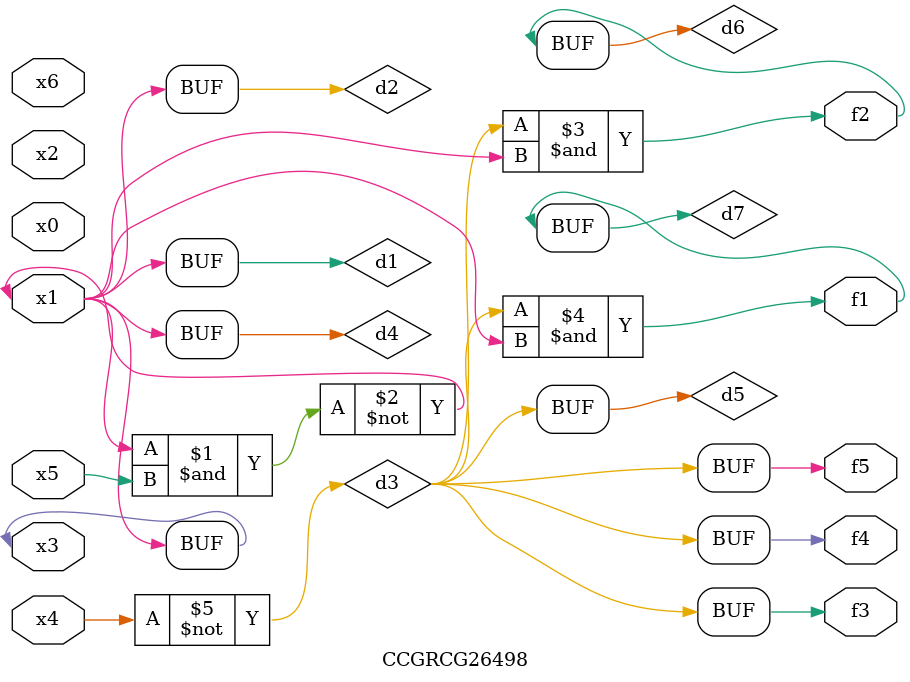
<source format=v>
module CCGRCG26498(
	input x0, x1, x2, x3, x4, x5, x6,
	output f1, f2, f3, f4, f5
);

	wire d1, d2, d3, d4, d5, d6, d7;

	buf (d1, x1, x3);
	nand (d2, x1, x5);
	not (d3, x4);
	buf (d4, d1, d2);
	buf (d5, d3);
	and (d6, d3, d4);
	and (d7, d3, d4);
	assign f1 = d7;
	assign f2 = d6;
	assign f3 = d5;
	assign f4 = d5;
	assign f5 = d5;
endmodule

</source>
